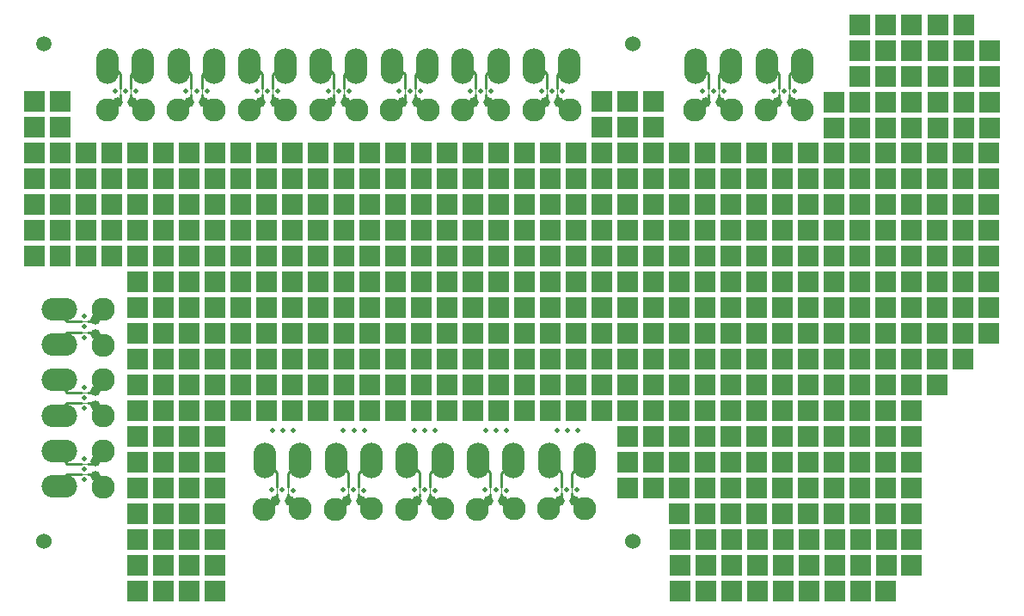
<source format=gtl>
G04*
G04 #@! TF.GenerationSoftware,Altium Limited,Altium Designer,18.0.7 (293)*
G04*
G04 Layer_Physical_Order=1*
G04 Layer_Color=255*
%FSLAX25Y25*%
%MOIN*%
G70*
G01*
G75*
%ADD10C,0.01000*%
%ADD20C,0.00425*%
%ADD21O,0.13780X0.08858*%
%ADD22O,0.08858X0.13780*%
%ADD23R,0.08000X0.08000*%
%ADD24R,0.08000X0.08000*%
%ADD25C,0.02000*%
%ADD26C,0.09000*%
%ADD27C,0.06000*%
%ADD28O,0.05906X0.06000*%
%ADD29C,0.03937*%
D10*
X538234Y314651D02*
X543173Y309713D01*
X548550D01*
X729675Y237037D02*
X734737Y242100D01*
X730013Y255938D02*
X734737Y251213D01*
Y245587D02*
Y251213D01*
Y242100D02*
Y243112D01*
X738788Y250965D02*
X743726Y255903D01*
X738788Y245587D02*
Y250965D01*
Y242107D02*
Y243112D01*
Y242107D02*
X743744Y237150D01*
X702112Y236925D02*
X707175Y241987D01*
X702450Y255825D02*
X707175Y251100D01*
Y245475D02*
Y251100D01*
Y241987D02*
Y243000D01*
X711225Y250852D02*
X716163Y255791D01*
X711225Y245475D02*
Y250852D01*
Y241994D02*
Y243000D01*
Y241994D02*
X716182Y237037D01*
X674550Y236925D02*
X679612Y241987D01*
X674888Y255825D02*
X679612Y251100D01*
Y245475D02*
Y251100D01*
Y241987D02*
Y243000D01*
X683663Y250852D02*
X688601Y255791D01*
X683663Y245475D02*
Y250852D01*
Y241994D02*
Y243000D01*
Y241994D02*
X688619Y237037D01*
X646987Y236925D02*
X652050Y241987D01*
X647325Y255825D02*
X652050Y251100D01*
Y245475D02*
Y251100D01*
Y241987D02*
Y243000D01*
X656100Y250852D02*
X661038Y255791D01*
X656100Y245475D02*
Y250852D01*
Y241994D02*
Y243000D01*
Y241994D02*
X661057Y237037D01*
X619425Y236925D02*
X624487Y241987D01*
X619763Y255825D02*
X624487Y251100D01*
Y245475D02*
Y251100D01*
Y241987D02*
Y243000D01*
X628538Y250852D02*
X633476Y255791D01*
X628538Y245475D02*
Y250852D01*
Y241994D02*
Y243000D01*
Y241994D02*
X633494Y237037D01*
X823162Y396794D02*
Y397800D01*
Y400275D02*
Y405652D01*
X828101Y410591D01*
X819112Y396788D02*
Y397800D01*
Y400275D02*
Y405900D01*
X814388Y410625D02*
X819112Y405900D01*
Y395775D02*
Y396788D01*
X818325Y394988D02*
X819112Y395775D01*
X823162Y396225D02*
Y396794D01*
Y396225D02*
X824063Y395325D01*
X795600Y396794D02*
Y397800D01*
Y400275D02*
Y405652D01*
X800539Y410591D01*
X791550Y396788D02*
Y397800D01*
Y400275D02*
Y405900D01*
X786825Y410625D02*
X791550Y405900D01*
Y395775D02*
Y396788D01*
X790763Y394988D02*
X791550Y395775D01*
X795600Y396225D02*
Y396794D01*
Y396225D02*
X796500Y395325D01*
X733050Y396794D02*
Y397800D01*
Y400275D02*
Y405652D01*
X737989Y410591D01*
X729000Y396788D02*
Y397800D01*
Y400275D02*
Y405900D01*
X724275Y410625D02*
X729000Y405900D01*
Y395775D02*
Y396788D01*
X728212Y394988D02*
X729000Y395775D01*
X733050Y396225D02*
Y396794D01*
Y396225D02*
X733950Y395325D01*
X705487Y396794D02*
Y397800D01*
Y400275D02*
Y405652D01*
X710426Y410591D01*
X701438Y396788D02*
Y397800D01*
Y400275D02*
Y405900D01*
X696712Y410625D02*
X701438Y405900D01*
Y395775D02*
Y396788D01*
X700650Y394988D02*
X701438Y395775D01*
X705487Y396225D02*
Y396794D01*
Y396225D02*
X706388Y395325D01*
X677925Y396794D02*
Y397800D01*
Y400275D02*
Y405652D01*
X682864Y410591D01*
X673875Y396788D02*
Y397800D01*
Y400275D02*
Y405900D01*
X669150Y410625D02*
X673875Y405900D01*
Y395775D02*
Y396788D01*
X673088Y394988D02*
X673875Y395775D01*
X677925Y396225D02*
Y396794D01*
Y396225D02*
X678825Y395325D01*
X650362Y396794D02*
Y397800D01*
Y400275D02*
Y405652D01*
X655301Y410591D01*
X646313Y396788D02*
Y397800D01*
Y400275D02*
Y405900D01*
X641587Y410625D02*
X646313Y405900D01*
Y395775D02*
Y396788D01*
X645525Y394988D02*
X646313Y395775D01*
X650362Y396225D02*
Y396794D01*
Y396225D02*
X651263Y395325D01*
X622800Y396794D02*
Y397800D01*
Y400275D02*
Y405652D01*
X627739Y410591D01*
X618750Y396788D02*
Y397800D01*
Y400275D02*
Y405900D01*
X614025Y410625D02*
X618750Y405900D01*
Y395775D02*
Y396788D01*
X617963Y394988D02*
X618750Y395775D01*
X622800Y396225D02*
Y396794D01*
Y396225D02*
X623700Y395325D01*
X595237Y396794D02*
Y397800D01*
Y400275D02*
Y405652D01*
X600176Y410591D01*
X591187Y396788D02*
Y397800D01*
Y400275D02*
Y405900D01*
X586462Y410625D02*
X591187Y405900D01*
Y395775D02*
Y396788D01*
X590400Y394988D02*
X591187Y395775D01*
X595237Y396225D02*
Y396794D01*
Y396225D02*
X596138Y395325D01*
X567675Y396794D02*
Y397800D01*
Y400275D02*
Y405652D01*
X572613Y410591D01*
X563625Y396788D02*
Y397800D01*
Y400275D02*
Y405900D01*
X558900Y410625D02*
X563625Y405900D01*
Y395775D02*
Y396788D01*
X562838Y394988D02*
X563625Y395775D01*
X567675Y396225D02*
Y396794D01*
Y396225D02*
X568575Y395325D01*
X551025Y309713D02*
X552031D01*
X551025Y305662D02*
X552037D01*
X542925D02*
X548550D01*
X538200Y300938D02*
X542925Y305662D01*
X552037D02*
X553050D01*
X553837Y304875D01*
X552031Y309713D02*
X552600D01*
X553500Y310613D01*
X551025Y282150D02*
X552031D01*
X543173D02*
X548550D01*
X538234Y287088D02*
X543173Y282150D01*
X551025Y278100D02*
X552037D01*
X542925D02*
X548550D01*
X538200Y273375D02*
X542925Y278100D01*
X552037D02*
X553050D01*
X553837Y277312D01*
X552031Y282150D02*
X552600D01*
X553500Y283050D01*
X552600Y254588D02*
X553500Y255487D01*
X552031Y254588D02*
X552600D01*
X553050Y250537D02*
X553837Y249750D01*
X552037Y250537D02*
X553050D01*
X538200Y245813D02*
X542925Y250537D01*
X548550D01*
X551025D02*
X552037D01*
X538234Y259526D02*
X543173Y254588D01*
X548550D01*
X551025D02*
X552031D01*
D20*
X734737Y243225D02*
Y245587D01*
X738788Y243225D02*
Y245587D01*
Y243112D02*
Y243225D01*
X707175Y243112D02*
Y245475D01*
X711225Y243112D02*
Y245475D01*
Y243000D02*
Y243112D01*
X679612D02*
Y245475D01*
X683663Y243112D02*
Y245475D01*
Y243000D02*
Y243112D01*
X652050D02*
Y245475D01*
X656100Y243112D02*
Y245475D01*
Y243000D02*
Y243112D01*
X624487D02*
Y245475D01*
X628538Y243112D02*
Y245475D01*
Y243000D02*
Y243112D01*
X823162Y397913D02*
Y400275D01*
X819112Y397913D02*
Y400275D01*
X795600Y397913D02*
Y400275D01*
X791550Y397913D02*
Y400275D01*
X733050Y397913D02*
Y400275D01*
X729000Y397913D02*
Y400275D01*
X705487Y397913D02*
Y400275D01*
X701438Y397913D02*
Y400275D01*
X677925Y397913D02*
Y400275D01*
X673875Y397913D02*
Y400275D01*
X650362Y397913D02*
Y400275D01*
X646313Y397913D02*
Y400275D01*
X622800Y397913D02*
Y400275D01*
X618750Y397913D02*
Y400275D01*
X595237Y397913D02*
Y400275D01*
X591187Y397913D02*
Y400275D01*
X567675Y397913D02*
Y400275D01*
X563625Y397913D02*
Y400275D01*
X548550Y309713D02*
X550913D01*
X548550Y305662D02*
X550913D01*
X548550Y282150D02*
X550913D01*
X548550Y278100D02*
X550913D01*
X548550Y250537D02*
X550913D01*
X548550Y254588D02*
X550913D01*
D21*
X539886Y314595D02*
D03*
Y300816D02*
D03*
Y287036D02*
D03*
Y273256D02*
D03*
Y245697D02*
D03*
Y259477D02*
D03*
D22*
X572508Y408976D02*
D03*
X558728D02*
D03*
X586287D02*
D03*
X600067D02*
D03*
X627626D02*
D03*
X613846D02*
D03*
X641405D02*
D03*
X655185D02*
D03*
X710303D02*
D03*
X696523D02*
D03*
X668964D02*
D03*
X682744D02*
D03*
X724083D02*
D03*
X737862D02*
D03*
X674827Y255938D02*
D03*
X688607D02*
D03*
X661047D02*
D03*
X647267D02*
D03*
X619708D02*
D03*
X633488D02*
D03*
X716166D02*
D03*
X702386D02*
D03*
X729944D02*
D03*
X743724D02*
D03*
X828020Y408976D02*
D03*
X814240D02*
D03*
X786681D02*
D03*
X800460D02*
D03*
D23*
X840512Y305275D02*
D03*
X870525Y424925D02*
D03*
Y414925D02*
D03*
Y404925D02*
D03*
X850525Y384925D02*
D03*
X840525D02*
D03*
X850525Y404925D02*
D03*
X840525Y394925D02*
D03*
X850525Y414925D02*
D03*
Y424925D02*
D03*
X860525Y404925D02*
D03*
Y414925D02*
D03*
Y424925D02*
D03*
X900537Y414925D02*
D03*
Y394925D02*
D03*
Y404925D02*
D03*
X880538D02*
D03*
X890537D02*
D03*
X880538Y414925D02*
D03*
X890537D02*
D03*
Y424925D02*
D03*
X880538D02*
D03*
X900537Y384925D02*
D03*
X880538Y384850D02*
D03*
X890537D02*
D03*
X880538Y394850D02*
D03*
X890537D02*
D03*
X850525D02*
D03*
X860525Y384850D02*
D03*
Y394850D02*
D03*
X870525D02*
D03*
Y384850D02*
D03*
X860513Y205200D02*
D03*
X870525Y255200D02*
D03*
Y225200D02*
D03*
Y215200D02*
D03*
Y235200D02*
D03*
Y245200D02*
D03*
X900525Y305275D02*
D03*
Y325275D02*
D03*
Y315275D02*
D03*
Y335275D02*
D03*
Y345275D02*
D03*
Y375275D02*
D03*
Y355275D02*
D03*
Y365275D02*
D03*
X870525Y305275D02*
D03*
X880525D02*
D03*
Y295275D02*
D03*
X870525D02*
D03*
Y275275D02*
D03*
X880525Y285275D02*
D03*
X870525D02*
D03*
X890525Y295275D02*
D03*
Y305275D02*
D03*
X870525Y265275D02*
D03*
Y345275D02*
D03*
X880525D02*
D03*
Y335275D02*
D03*
X870525D02*
D03*
Y315275D02*
D03*
X880525D02*
D03*
Y325275D02*
D03*
X870525D02*
D03*
X890525D02*
D03*
Y315275D02*
D03*
Y335275D02*
D03*
Y345275D02*
D03*
Y375275D02*
D03*
Y355275D02*
D03*
Y365275D02*
D03*
X870525D02*
D03*
X880525D02*
D03*
Y355275D02*
D03*
X870525D02*
D03*
Y375275D02*
D03*
X880525D02*
D03*
X580513D02*
D03*
X570512D02*
D03*
Y355275D02*
D03*
X580513D02*
D03*
Y365275D02*
D03*
X570512D02*
D03*
X590513D02*
D03*
X600513D02*
D03*
Y355275D02*
D03*
X590513D02*
D03*
Y375275D02*
D03*
X600513D02*
D03*
X640513D02*
D03*
X630513D02*
D03*
Y355275D02*
D03*
X640513D02*
D03*
Y365275D02*
D03*
X630513D02*
D03*
X610512D02*
D03*
X620512D02*
D03*
Y355275D02*
D03*
X610512D02*
D03*
Y375275D02*
D03*
X620512D02*
D03*
X610512Y345275D02*
D03*
X620512D02*
D03*
Y335275D02*
D03*
X610512D02*
D03*
Y315275D02*
D03*
X620512D02*
D03*
Y325275D02*
D03*
X610512D02*
D03*
X630513D02*
D03*
X640513D02*
D03*
Y315275D02*
D03*
X630513D02*
D03*
Y335275D02*
D03*
X640513D02*
D03*
Y345275D02*
D03*
X630513D02*
D03*
X590513D02*
D03*
X600513D02*
D03*
Y335275D02*
D03*
X590513D02*
D03*
Y315275D02*
D03*
X600513D02*
D03*
Y325275D02*
D03*
X590513D02*
D03*
X570512D02*
D03*
X580513D02*
D03*
Y315275D02*
D03*
X570512D02*
D03*
Y335275D02*
D03*
X580513D02*
D03*
Y345275D02*
D03*
X570512D02*
D03*
X650513D02*
D03*
X660512D02*
D03*
Y335275D02*
D03*
X650513D02*
D03*
Y315275D02*
D03*
X660512D02*
D03*
Y325275D02*
D03*
X650513D02*
D03*
X670512D02*
D03*
X680513D02*
D03*
Y315275D02*
D03*
X670512D02*
D03*
Y335275D02*
D03*
X680513D02*
D03*
Y345275D02*
D03*
X670512D02*
D03*
X710512D02*
D03*
X720512D02*
D03*
Y335275D02*
D03*
X710512D02*
D03*
Y315275D02*
D03*
X720512D02*
D03*
Y325275D02*
D03*
X710512D02*
D03*
X690513D02*
D03*
X700513D02*
D03*
Y315275D02*
D03*
X690513D02*
D03*
Y335275D02*
D03*
X700513D02*
D03*
Y345275D02*
D03*
X690513D02*
D03*
X700513Y375275D02*
D03*
X690513D02*
D03*
Y355275D02*
D03*
X700513D02*
D03*
Y365275D02*
D03*
X690513D02*
D03*
X710512D02*
D03*
X720512D02*
D03*
Y355275D02*
D03*
X710512D02*
D03*
Y375275D02*
D03*
X720512D02*
D03*
X680513D02*
D03*
X670512D02*
D03*
Y355275D02*
D03*
X680513D02*
D03*
Y365275D02*
D03*
X670512D02*
D03*
X650513D02*
D03*
X660512D02*
D03*
Y355275D02*
D03*
X650513D02*
D03*
Y375275D02*
D03*
X660512D02*
D03*
X820512D02*
D03*
X810513D02*
D03*
Y355275D02*
D03*
X820512D02*
D03*
Y365275D02*
D03*
X810513D02*
D03*
X830513D02*
D03*
X840512D02*
D03*
Y355275D02*
D03*
X830513D02*
D03*
Y375275D02*
D03*
X840512D02*
D03*
X850513Y365275D02*
D03*
Y355275D02*
D03*
Y375275D02*
D03*
Y345275D02*
D03*
Y335275D02*
D03*
Y315275D02*
D03*
Y325275D02*
D03*
X830513Y345275D02*
D03*
X840512D02*
D03*
Y335275D02*
D03*
X830513D02*
D03*
Y315275D02*
D03*
X840512D02*
D03*
Y325275D02*
D03*
X830513D02*
D03*
X810513D02*
D03*
X820512D02*
D03*
Y315275D02*
D03*
X810513D02*
D03*
Y335275D02*
D03*
X820512D02*
D03*
Y345275D02*
D03*
X810513D02*
D03*
X730513D02*
D03*
X740513D02*
D03*
Y335275D02*
D03*
X730513D02*
D03*
Y315275D02*
D03*
X740513D02*
D03*
Y325275D02*
D03*
X730513D02*
D03*
X750513D02*
D03*
X760512D02*
D03*
Y315275D02*
D03*
X750513D02*
D03*
Y335275D02*
D03*
X760512D02*
D03*
Y345275D02*
D03*
X750513D02*
D03*
X790513D02*
D03*
X800513D02*
D03*
Y335275D02*
D03*
X790513D02*
D03*
Y315275D02*
D03*
X800513D02*
D03*
Y325275D02*
D03*
X790513D02*
D03*
X770512D02*
D03*
X780513D02*
D03*
Y315275D02*
D03*
X770512D02*
D03*
Y335275D02*
D03*
X780513D02*
D03*
Y345275D02*
D03*
X770512D02*
D03*
Y355275D02*
D03*
X780513D02*
D03*
Y365275D02*
D03*
X770512D02*
D03*
X790513D02*
D03*
X800513D02*
D03*
Y355275D02*
D03*
X790513D02*
D03*
Y375275D02*
D03*
X800513D02*
D03*
X750513Y355275D02*
D03*
X760512D02*
D03*
Y365275D02*
D03*
X750513D02*
D03*
X730513D02*
D03*
X740513D02*
D03*
Y355275D02*
D03*
X730513D02*
D03*
Y375275D02*
D03*
X740513D02*
D03*
X730513Y305275D02*
D03*
X740513D02*
D03*
Y295275D02*
D03*
X730513D02*
D03*
Y275275D02*
D03*
X740513D02*
D03*
Y285275D02*
D03*
X730513D02*
D03*
X750513D02*
D03*
X760512D02*
D03*
Y275275D02*
D03*
X750513D02*
D03*
Y295275D02*
D03*
X760512D02*
D03*
Y305275D02*
D03*
X750513D02*
D03*
X790513D02*
D03*
X800513D02*
D03*
Y295275D02*
D03*
X790513D02*
D03*
Y275275D02*
D03*
X800513D02*
D03*
Y285275D02*
D03*
X790513D02*
D03*
X770512D02*
D03*
X780513D02*
D03*
Y275275D02*
D03*
X770512D02*
D03*
Y295275D02*
D03*
X780513D02*
D03*
Y305275D02*
D03*
X770512D02*
D03*
Y265275D02*
D03*
X780513D02*
D03*
Y255275D02*
D03*
X770512D02*
D03*
X780513Y235275D02*
D03*
Y245275D02*
D03*
X770512D02*
D03*
X790513D02*
D03*
X800513D02*
D03*
Y235275D02*
D03*
X790513D02*
D03*
Y255275D02*
D03*
X800513D02*
D03*
Y265275D02*
D03*
X790513D02*
D03*
X760512D02*
D03*
Y255275D02*
D03*
Y245275D02*
D03*
X810513Y265275D02*
D03*
X820512D02*
D03*
Y255275D02*
D03*
X810513D02*
D03*
Y235275D02*
D03*
X820512D02*
D03*
Y245275D02*
D03*
X810513D02*
D03*
X830513D02*
D03*
X840512D02*
D03*
Y235275D02*
D03*
X830513D02*
D03*
Y255275D02*
D03*
X840512D02*
D03*
Y265275D02*
D03*
X830513D02*
D03*
X850513Y245275D02*
D03*
X860513D02*
D03*
Y235275D02*
D03*
X850513D02*
D03*
Y255275D02*
D03*
X860513D02*
D03*
X850513Y265275D02*
D03*
Y305275D02*
D03*
Y295275D02*
D03*
Y275275D02*
D03*
Y285275D02*
D03*
X830513Y305275D02*
D03*
X840512Y295275D02*
D03*
X830513D02*
D03*
Y275275D02*
D03*
X840512D02*
D03*
Y285275D02*
D03*
X830513D02*
D03*
X810513D02*
D03*
X820512D02*
D03*
Y275275D02*
D03*
X810513D02*
D03*
Y295275D02*
D03*
X820512D02*
D03*
Y305275D02*
D03*
X810513D02*
D03*
X650513D02*
D03*
X660512D02*
D03*
Y295275D02*
D03*
X650513D02*
D03*
Y275275D02*
D03*
X660512D02*
D03*
Y285275D02*
D03*
X650513D02*
D03*
X670512D02*
D03*
X680513D02*
D03*
Y275275D02*
D03*
X670512D02*
D03*
Y295275D02*
D03*
X680513D02*
D03*
Y305275D02*
D03*
X670512D02*
D03*
X710512D02*
D03*
X720512D02*
D03*
Y295275D02*
D03*
X710512D02*
D03*
Y275275D02*
D03*
X720512D02*
D03*
Y285275D02*
D03*
X710512D02*
D03*
X690513D02*
D03*
X700513D02*
D03*
Y275275D02*
D03*
X690513D02*
D03*
Y295275D02*
D03*
X700513D02*
D03*
Y305275D02*
D03*
X690513D02*
D03*
X570512Y265275D02*
D03*
X580513D02*
D03*
Y255275D02*
D03*
X570512D02*
D03*
Y235275D02*
D03*
X580513D02*
D03*
Y245275D02*
D03*
X570512D02*
D03*
X590513D02*
D03*
X600513D02*
D03*
Y235275D02*
D03*
X590513D02*
D03*
Y255275D02*
D03*
X600513D02*
D03*
Y265275D02*
D03*
X590513D02*
D03*
X610512Y305275D02*
D03*
X620512D02*
D03*
Y295275D02*
D03*
X610512D02*
D03*
Y275275D02*
D03*
X620512D02*
D03*
Y285275D02*
D03*
X610512D02*
D03*
X630513D02*
D03*
X640513D02*
D03*
Y275275D02*
D03*
X630513D02*
D03*
Y295275D02*
D03*
X640513D02*
D03*
Y305275D02*
D03*
X630513D02*
D03*
X590513D02*
D03*
X600513D02*
D03*
Y295275D02*
D03*
X590513D02*
D03*
Y275275D02*
D03*
X600513D02*
D03*
Y285275D02*
D03*
X590513D02*
D03*
X570512D02*
D03*
X580513D02*
D03*
Y275275D02*
D03*
X570512D02*
D03*
Y295275D02*
D03*
X580513D02*
D03*
Y305275D02*
D03*
X570512D02*
D03*
X550488Y345225D02*
D03*
X560488D02*
D03*
Y335225D02*
D03*
X550488D02*
D03*
X530487D02*
D03*
X540487D02*
D03*
Y345225D02*
D03*
X530487D02*
D03*
Y375225D02*
D03*
Y355225D02*
D03*
X540487D02*
D03*
Y365225D02*
D03*
X530487D02*
D03*
X550488D02*
D03*
X560488D02*
D03*
Y355225D02*
D03*
X550488D02*
D03*
Y375225D02*
D03*
X560488D02*
D03*
X850537Y225213D02*
D03*
X860538D02*
D03*
Y215212D02*
D03*
X850537D02*
D03*
Y205212D02*
D03*
X830538Y225213D02*
D03*
X840537D02*
D03*
Y215212D02*
D03*
X830538D02*
D03*
X840537Y205212D02*
D03*
X830538D02*
D03*
X810538D02*
D03*
X820537D02*
D03*
X810538Y215212D02*
D03*
X820537D02*
D03*
Y225213D02*
D03*
X810538D02*
D03*
X790538D02*
D03*
X800537D02*
D03*
Y215212D02*
D03*
X790538D02*
D03*
X800537Y205212D02*
D03*
X790538D02*
D03*
X780538D02*
D03*
Y215212D02*
D03*
Y225213D02*
D03*
X570500Y225325D02*
D03*
Y215325D02*
D03*
Y205325D02*
D03*
X580500D02*
D03*
X590500D02*
D03*
X580500Y215325D02*
D03*
X590500D02*
D03*
Y225325D02*
D03*
X580500D02*
D03*
X600500D02*
D03*
Y215325D02*
D03*
Y205325D02*
D03*
X750513Y385275D02*
D03*
X760512D02*
D03*
Y375275D02*
D03*
X750513D02*
D03*
Y395275D02*
D03*
X760512D02*
D03*
X770512Y385275D02*
D03*
X780513Y375275D02*
D03*
X770512D02*
D03*
Y395275D02*
D03*
X860513Y285275D02*
D03*
Y275275D02*
D03*
Y295275D02*
D03*
Y305275D02*
D03*
Y325275D02*
D03*
Y315275D02*
D03*
Y335275D02*
D03*
Y345275D02*
D03*
Y375275D02*
D03*
Y355275D02*
D03*
Y365275D02*
D03*
Y265275D02*
D03*
D24*
X530487Y385225D02*
D03*
X540487D02*
D03*
Y375225D02*
D03*
X530487Y395225D02*
D03*
X540487D02*
D03*
D25*
X732713Y244462D02*
D03*
X736763D02*
D03*
X740853Y244429D02*
D03*
X740987Y267536D02*
D03*
X736937D02*
D03*
X732887D02*
D03*
X705150Y244350D02*
D03*
X709200D02*
D03*
X713291Y244317D02*
D03*
X713424Y267423D02*
D03*
X709374D02*
D03*
X705324D02*
D03*
X677588Y244350D02*
D03*
X681637D02*
D03*
X685728Y244317D02*
D03*
X685862Y267423D02*
D03*
X681812D02*
D03*
X677762D02*
D03*
X650025Y244350D02*
D03*
X654075D02*
D03*
X658166Y244317D02*
D03*
X658299Y267423D02*
D03*
X654249D02*
D03*
X650199D02*
D03*
X622463Y244350D02*
D03*
X626512D02*
D03*
X630603Y244317D02*
D03*
X630737Y267423D02*
D03*
X626687D02*
D03*
X622637D02*
D03*
X825194Y399038D02*
D03*
X821144D02*
D03*
X817094D02*
D03*
X797632D02*
D03*
X793582D02*
D03*
X789532D02*
D03*
X735082D02*
D03*
X731032D02*
D03*
X726982D02*
D03*
X707519D02*
D03*
X703469D02*
D03*
X699419D02*
D03*
X679957D02*
D03*
X675907D02*
D03*
X671857D02*
D03*
X652394D02*
D03*
X648344D02*
D03*
X644294D02*
D03*
X624832D02*
D03*
X620782D02*
D03*
X616732D02*
D03*
X597269D02*
D03*
X593219D02*
D03*
X589169D02*
D03*
X569707D02*
D03*
X565657D02*
D03*
X561607D02*
D03*
X549788Y311744D02*
D03*
Y307694D02*
D03*
Y303644D02*
D03*
Y284182D02*
D03*
Y280132D02*
D03*
Y276082D02*
D03*
Y248519D02*
D03*
Y252569D02*
D03*
Y256619D02*
D03*
D26*
X743778Y237229D02*
D03*
X729716Y237117D02*
D03*
X716216D02*
D03*
X702153Y237004D02*
D03*
X688653Y237117D02*
D03*
X674591Y237004D02*
D03*
X661091Y237117D02*
D03*
X647028Y237004D02*
D03*
X633528Y237117D02*
D03*
X619466Y237004D02*
D03*
X814057Y391725D02*
D03*
X828119Y391838D02*
D03*
X786494Y391725D02*
D03*
X800557Y391838D02*
D03*
X723944Y391725D02*
D03*
X738007Y391838D02*
D03*
X696382Y391725D02*
D03*
X710444Y391838D02*
D03*
X668819Y391725D02*
D03*
X682882Y391838D02*
D03*
X641257Y391725D02*
D03*
X655319Y391838D02*
D03*
X613694Y391725D02*
D03*
X627757Y391838D02*
D03*
X586132Y391725D02*
D03*
X600194Y391838D02*
D03*
X558569Y391725D02*
D03*
X572632Y391838D02*
D03*
X557100Y300607D02*
D03*
X556987Y314669D02*
D03*
X557100Y273044D02*
D03*
X556987Y287107D02*
D03*
Y259544D02*
D03*
X557100Y245482D02*
D03*
D27*
X762271Y417351D02*
D03*
Y224437D02*
D03*
X533925D02*
D03*
D28*
Y417351D02*
D03*
D29*
X739616Y240267D02*
D03*
X733991D02*
D03*
X712053Y240154D02*
D03*
X706428D02*
D03*
X684491D02*
D03*
X678866D02*
D03*
X656928D02*
D03*
X651303D02*
D03*
X629366D02*
D03*
X623741D02*
D03*
X818332Y394875D02*
D03*
X823957D02*
D03*
X790769D02*
D03*
X796394D02*
D03*
X728219D02*
D03*
X733844D02*
D03*
X700657D02*
D03*
X706282D02*
D03*
X673094D02*
D03*
X678719D02*
D03*
X645532D02*
D03*
X651157D02*
D03*
X617969D02*
D03*
X623594D02*
D03*
X590407D02*
D03*
X596032D02*
D03*
X562844D02*
D03*
X568469D02*
D03*
X553950Y304882D02*
D03*
Y310507D02*
D03*
Y277319D02*
D03*
Y282944D02*
D03*
Y255382D02*
D03*
Y249757D02*
D03*
M02*

</source>
